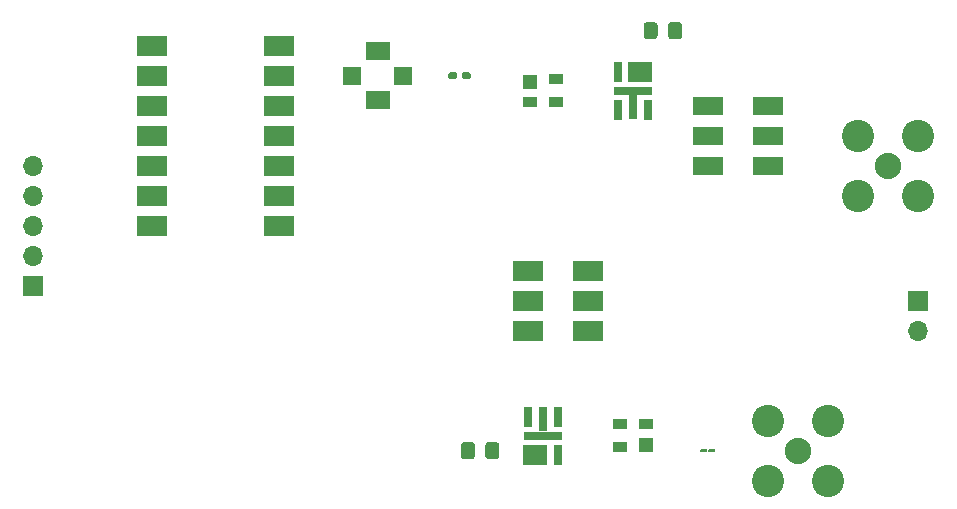
<source format=gts>
%TF.GenerationSoftware,KiCad,Pcbnew,5.1.9-73d0e3b20d~88~ubuntu20.04.1*%
%TF.CreationDate,2021-08-29T02:04:36+07:00*%
%TF.ProjectId,rf_gpr,72665f67-7072-42e6-9b69-6361645f7063,rev?*%
%TF.SameCoordinates,Original*%
%TF.FileFunction,Soldermask,Top*%
%TF.FilePolarity,Negative*%
%FSLAX46Y46*%
G04 Gerber Fmt 4.6, Leading zero omitted, Abs format (unit mm)*
G04 Created by KiCad (PCBNEW 5.1.9-73d0e3b20d~88~ubuntu20.04.1) date 2021-08-29 02:04:36*
%MOMM*%
%LPD*%
G01*
G04 APERTURE LIST*
%ADD10R,2.540000X1.650000*%
%ADD11O,1.700000X1.700000*%
%ADD12R,1.700000X1.700000*%
%ADD13R,1.295400X1.193800*%
%ADD14R,1.295400X0.889000*%
%ADD15R,0.790000X1.680000*%
%ADD16R,2.060000X1.680000*%
%ADD17R,3.330000X0.690000*%
%ADD18R,0.790000X2.110000*%
%ADD19R,2.540000X1.651000*%
%ADD20R,2.030000X1.650000*%
%ADD21R,1.520000X1.520000*%
%ADD22C,2.240000*%
%ADD23C,2.740000*%
G04 APERTURE END LIST*
D10*
%TO.C,U6*%
X144780000Y-67310000D03*
X144780000Y-69850000D03*
X144780000Y-72390000D03*
X139700000Y-72390000D03*
X139700000Y-69850000D03*
X139700000Y-67310000D03*
%TD*%
D11*
%TO.C,Dummy*%
X157480000Y-86360000D03*
D12*
X157480000Y-83820000D03*
%TD*%
D13*
%TO.C,U8*%
X134467600Y-95999300D03*
D14*
X132257800Y-96202500D03*
X132257800Y-94297500D03*
X134467600Y-94297500D03*
%TD*%
D15*
%TO.C,U7*%
X132080000Y-67650000D03*
X134620000Y-67650000D03*
D16*
X133985000Y-64430000D03*
D15*
X132080000Y-64430000D03*
D17*
X133350000Y-66040000D03*
D18*
X133350000Y-67435000D03*
%TD*%
D15*
%TO.C,U5*%
X127000000Y-93640000D03*
X124460000Y-93640000D03*
D16*
X125095000Y-96860000D03*
D15*
X127000000Y-96860000D03*
D17*
X125730000Y-95250000D03*
D18*
X125730000Y-93855000D03*
%TD*%
D13*
%TO.C,U4*%
X124612400Y-65290700D03*
D14*
X126822200Y-65087500D03*
X126822200Y-66992500D03*
X124612400Y-66992500D03*
%TD*%
D19*
%TO.C,U3*%
X129540000Y-81280000D03*
X129540000Y-83820000D03*
X129540000Y-86360000D03*
X124460000Y-86360000D03*
X124460000Y-83820000D03*
X124460000Y-81280000D03*
%TD*%
D20*
%TO.C,U2*%
X111760000Y-62674000D03*
X111760000Y-66866000D03*
D21*
X113920000Y-64770000D03*
X109600000Y-64770000D03*
%TD*%
D19*
%TO.C,U1*%
X103403400Y-77470000D03*
X103403400Y-74930000D03*
X103403400Y-72390000D03*
X103403400Y-69850000D03*
X103403400Y-67310000D03*
X103403400Y-64770000D03*
X103403400Y-62230000D03*
X92608400Y-77470000D03*
X92608400Y-74930000D03*
X92608400Y-72390000D03*
X92608400Y-69850000D03*
X92608400Y-67310000D03*
X92608400Y-64770000D03*
X92608400Y-62230000D03*
%TD*%
D22*
%TO.C,J3*%
X147320000Y-96520000D03*
D23*
X144780000Y-93980000D03*
X149860000Y-93980000D03*
X149860000Y-99060000D03*
X144780000Y-99060000D03*
%TD*%
D22*
%TO.C,J2*%
X154940000Y-72390000D03*
D23*
X152400000Y-69850000D03*
X157480000Y-69850000D03*
X157480000Y-74930000D03*
X152400000Y-74930000D03*
%TD*%
D11*
%TO.C,J1*%
X82550000Y-72390000D03*
X82550000Y-74930000D03*
X82550000Y-77470000D03*
X82550000Y-80010000D03*
D12*
X82550000Y-82550000D03*
%TD*%
%TO.C,C4*%
G36*
G01*
X139650000Y-96445000D02*
X139650000Y-96595000D01*
G75*
G02*
X139575000Y-96670000I-75000J0D01*
G01*
X139150000Y-96670000D01*
G75*
G02*
X139075000Y-96595000I0J75000D01*
G01*
X139075000Y-96445000D01*
G75*
G02*
X139150000Y-96370000I75000J0D01*
G01*
X139575000Y-96370000D01*
G75*
G02*
X139650000Y-96445000I0J-75000D01*
G01*
G37*
G36*
G01*
X140325000Y-96445000D02*
X140325000Y-96595000D01*
G75*
G02*
X140250000Y-96670000I-75000J0D01*
G01*
X139825000Y-96670000D01*
G75*
G02*
X139750000Y-96595000I0J75000D01*
G01*
X139750000Y-96445000D01*
G75*
G02*
X139825000Y-96370000I75000J0D01*
G01*
X140250000Y-96370000D01*
G75*
G02*
X140325000Y-96445000I0J-75000D01*
G01*
G37*
%TD*%
%TO.C,C3*%
G36*
G01*
X135440000Y-60485000D02*
X135440000Y-61435000D01*
G75*
G02*
X135190000Y-61685000I-250000J0D01*
G01*
X134515000Y-61685000D01*
G75*
G02*
X134265000Y-61435000I0J250000D01*
G01*
X134265000Y-60485000D01*
G75*
G02*
X134515000Y-60235000I250000J0D01*
G01*
X135190000Y-60235000D01*
G75*
G02*
X135440000Y-60485000I0J-250000D01*
G01*
G37*
G36*
G01*
X137515000Y-60485000D02*
X137515000Y-61435000D01*
G75*
G02*
X137265000Y-61685000I-250000J0D01*
G01*
X136590000Y-61685000D01*
G75*
G02*
X136340000Y-61435000I0J250000D01*
G01*
X136340000Y-60485000D01*
G75*
G02*
X136590000Y-60235000I250000J0D01*
G01*
X137265000Y-60235000D01*
G75*
G02*
X137515000Y-60485000I0J-250000D01*
G01*
G37*
%TD*%
%TO.C,C2*%
G36*
G01*
X120867500Y-96995000D02*
X120867500Y-96045000D01*
G75*
G02*
X121117500Y-95795000I250000J0D01*
G01*
X121792500Y-95795000D01*
G75*
G02*
X122042500Y-96045000I0J-250000D01*
G01*
X122042500Y-96995000D01*
G75*
G02*
X121792500Y-97245000I-250000J0D01*
G01*
X121117500Y-97245000D01*
G75*
G02*
X120867500Y-96995000I0J250000D01*
G01*
G37*
G36*
G01*
X118792500Y-96995000D02*
X118792500Y-96045000D01*
G75*
G02*
X119042500Y-95795000I250000J0D01*
G01*
X119717500Y-95795000D01*
G75*
G02*
X119967500Y-96045000I0J-250000D01*
G01*
X119967500Y-96995000D01*
G75*
G02*
X119717500Y-97245000I-250000J0D01*
G01*
X119042500Y-97245000D01*
G75*
G02*
X118792500Y-96995000I0J250000D01*
G01*
G37*
%TD*%
%TO.C,C1*%
G36*
G01*
X118477500Y-64615000D02*
X118477500Y-64925000D01*
G75*
G02*
X118322500Y-65080000I-155000J0D01*
G01*
X117897500Y-65080000D01*
G75*
G02*
X117742500Y-64925000I0J155000D01*
G01*
X117742500Y-64615000D01*
G75*
G02*
X117897500Y-64460000I155000J0D01*
G01*
X118322500Y-64460000D01*
G75*
G02*
X118477500Y-64615000I0J-155000D01*
G01*
G37*
G36*
G01*
X119612500Y-64615000D02*
X119612500Y-64925000D01*
G75*
G02*
X119457500Y-65080000I-155000J0D01*
G01*
X119032500Y-65080000D01*
G75*
G02*
X118877500Y-64925000I0J155000D01*
G01*
X118877500Y-64615000D01*
G75*
G02*
X119032500Y-64460000I155000J0D01*
G01*
X119457500Y-64460000D01*
G75*
G02*
X119612500Y-64615000I0J-155000D01*
G01*
G37*
%TD*%
M02*

</source>
